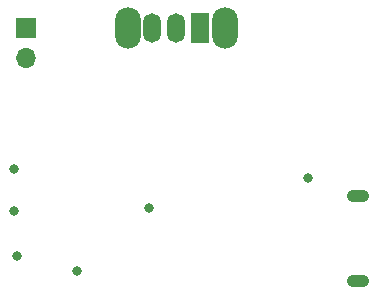
<source format=gbr>
%TF.GenerationSoftware,KiCad,Pcbnew,(6.0.10)*%
%TF.CreationDate,2023-02-04T18:20:05-05:00*%
%TF.ProjectId,lipo_charger,6c69706f-5f63-4686-9172-6765722e6b69,rev?*%
%TF.SameCoordinates,Original*%
%TF.FileFunction,Soldermask,Bot*%
%TF.FilePolarity,Negative*%
%FSLAX46Y46*%
G04 Gerber Fmt 4.6, Leading zero omitted, Abs format (unit mm)*
G04 Created by KiCad (PCBNEW (6.0.10)) date 2023-02-04 18:20:05*
%MOMM*%
%LPD*%
G01*
G04 APERTURE LIST*
%ADD10R,1.700000X1.700000*%
%ADD11O,1.700000X1.700000*%
%ADD12O,2.200000X3.500000*%
%ADD13R,1.500000X2.500000*%
%ADD14O,1.500000X2.500000*%
%ADD15O,1.900000X1.050000*%
%ADD16C,0.800000*%
G04 APERTURE END LIST*
D10*
%TO.C,J2*%
X135382000Y-104140000D03*
D11*
X135382000Y-106680000D03*
%TD*%
D12*
%TO.C,SW1*%
X144014000Y-104140000D03*
X152214000Y-104140000D03*
D13*
X150114000Y-104140000D03*
D14*
X148114000Y-104140000D03*
X146114000Y-104140000D03*
%TD*%
D15*
%TO.C,J1*%
X163480000Y-118405000D03*
X163480000Y-125555000D03*
%TD*%
D16*
X134366000Y-119634000D03*
X145796000Y-119380000D03*
X134366000Y-116078000D03*
X134620000Y-123444000D03*
X139700000Y-124714000D03*
X159258000Y-116840000D03*
M02*

</source>
